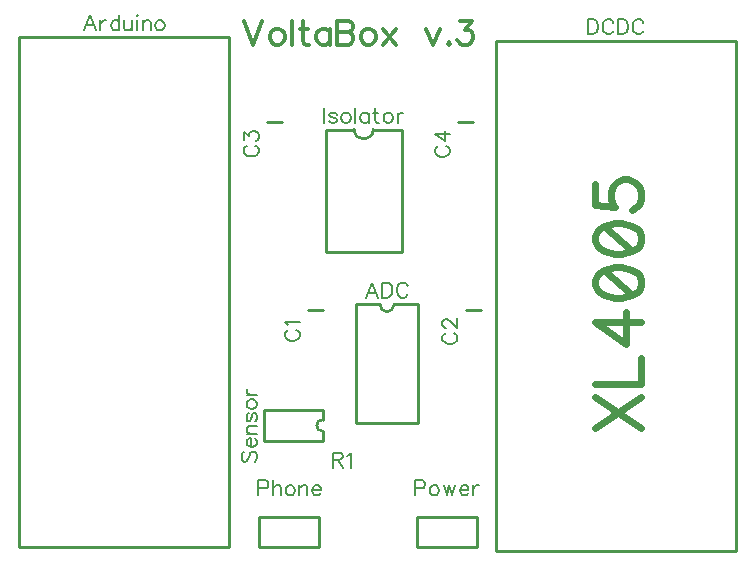
<source format=gbr>
G04 DipTrace 3.1.0.1*
G04 TopSilk.gbr*
%MOIN*%
G04 #@! TF.FileFunction,Legend,Top*
G04 #@! TF.Part,Single*
%ADD10C,0.009843*%
%ADD46C,0.00772*%
%ADD47C,0.012351*%
%ADD48C,0.023159*%
%FSLAX26Y26*%
G04*
G70*
G90*
G75*
G01*
G04 TopSilk*
%LPD*%
X1865724Y1372660D2*
D10*
Y978959D1*
X1660990D2*
X1865724D1*
X1660990Y1372660D2*
Y978959D1*
Y1372660D2*
X1739731D1*
X1865724D2*
X1786983D1*
X1739731D2*
G03X1786983Y1372660I23626J4D01*
G01*
X538357Y563369D2*
X1238357D1*
Y2263309D1*
X538357D1*
Y563369D1*
X1500286Y1354669D2*
X1551428D1*
X2025286D2*
X2076428D1*
X1362786Y1979669D2*
X1413928D1*
X2000286D2*
X2051428D1*
X2125857Y550810D2*
X2925857D1*
Y2250810D1*
X2125857D1*
Y550810D1*
X1559913Y1955533D2*
Y1546087D1*
X1811880Y1955533D2*
Y1546087D1*
X1559913D2*
X1811880D1*
X1559913Y1955533D2*
X1654389D1*
X1717403D2*
X1811880D1*
X1654389D2*
G03X1717403Y1955533I31507J21D01*
G01*
X1338345Y663315D2*
X1538369D1*
Y563310D1*
X1338345D1*
Y663315D1*
X1863345D2*
X2063369D1*
Y563310D1*
X1863345D1*
Y663315D1*
X1549284Y1020699D2*
X1352430D1*
X1549284Y918322D2*
X1352430D1*
Y1020699D2*
Y918322D1*
X1549284Y989205D2*
Y1020699D1*
Y949816D2*
Y918322D1*
Y989205D2*
G03X1549284Y949816I9J-19694D01*
G01*
X1732387Y1395643D2*
D46*
X1713208Y1445883D1*
X1694085Y1395643D1*
X1701270Y1412390D2*
X1725202D1*
X1747826Y1445883D2*
Y1395643D1*
X1764573D1*
X1771758Y1398075D1*
X1776566Y1402828D1*
X1778943Y1407637D1*
X1781320Y1414766D1*
Y1426760D1*
X1778943Y1433945D1*
X1776566Y1438698D1*
X1771758Y1443507D1*
X1764573Y1445883D1*
X1747826D1*
X1832629Y1433945D2*
X1830252Y1438698D1*
X1825444Y1443507D1*
X1820691Y1445883D1*
X1811129D1*
X1806320Y1443507D1*
X1801567Y1438698D1*
X1799135Y1433945D1*
X1796759Y1426760D1*
Y1414766D1*
X1799135Y1407637D1*
X1801567Y1402828D1*
X1806320Y1398075D1*
X1811129Y1395643D1*
X1820691D1*
X1825444Y1398075D1*
X1830252Y1402828D1*
X1832629Y1407637D1*
X792988Y2286292D2*
X773809Y2336532D1*
X754686Y2286292D1*
X761871Y2303039D2*
X785802D1*
X808427Y2319785D2*
Y2286292D1*
Y2305415D2*
X810859Y2312600D1*
X815612Y2317409D1*
X820420Y2319785D1*
X827605D1*
X871729Y2336532D2*
Y2286292D1*
Y2312600D2*
X866976Y2317409D1*
X862168Y2319785D1*
X854983D1*
X850230Y2317409D1*
X845421Y2312600D1*
X843045Y2305415D1*
Y2300662D1*
X845421Y2293477D1*
X850230Y2288724D1*
X854983Y2286292D1*
X862168D1*
X866976Y2288724D1*
X871729Y2293477D1*
X887169Y2319785D2*
Y2295854D1*
X889545Y2288724D1*
X894354Y2286292D1*
X901539D1*
X906292Y2288724D1*
X913477Y2295854D1*
Y2319785D2*
Y2286292D1*
X928916Y2336532D2*
X931293Y2334156D1*
X933725Y2336532D1*
X931293Y2338964D1*
X928916Y2336532D1*
X931293Y2319785D2*
Y2286292D1*
X949164Y2319785D2*
Y2286292D1*
Y2310224D2*
X956349Y2317409D1*
X961157Y2319785D1*
X968287D1*
X973096Y2317409D1*
X975472Y2310224D1*
Y2286292D1*
X1002850Y2319785D2*
X998096Y2317409D1*
X993288Y2312600D1*
X990911Y2305415D1*
Y2300662D1*
X993288Y2293477D1*
X998096Y2288724D1*
X1002850Y2286292D1*
X1010035D1*
X1014843Y2288724D1*
X1019596Y2293477D1*
X1022028Y2300662D1*
Y2305415D1*
X1019596Y2312600D1*
X1014843Y2317409D1*
X1010035Y2319785D1*
X1002850D1*
X1435045Y1288011D2*
X1430291Y1285635D1*
X1425483Y1280826D1*
X1423106Y1276073D1*
Y1266512D1*
X1425483Y1261703D1*
X1430291Y1256950D1*
X1435045Y1254518D1*
X1442230Y1252141D1*
X1454223D1*
X1461353Y1254518D1*
X1466161Y1256950D1*
X1470915Y1261703D1*
X1473346Y1266511D1*
Y1276073D1*
X1470915Y1280826D1*
X1466161Y1285635D1*
X1461353Y1288011D1*
X1432723Y1303451D2*
X1430291Y1308259D1*
X1423162Y1315444D1*
X1473346D1*
X1960045Y1277261D2*
X1955291Y1274885D1*
X1950483Y1270076D1*
X1948106Y1265323D1*
Y1255762D1*
X1950483Y1250953D1*
X1955291Y1246200D1*
X1960045Y1243768D1*
X1967230Y1241392D1*
X1979223D1*
X1986353Y1243768D1*
X1991161Y1246200D1*
X1995915Y1250953D1*
X1998346Y1255762D1*
Y1265323D1*
X1995915Y1270076D1*
X1991161Y1274885D1*
X1986353Y1277261D1*
X1960100Y1295132D2*
X1957723Y1295133D1*
X1952915Y1297509D1*
X1950538Y1299886D1*
X1948162Y1304694D1*
Y1314256D1*
X1950538Y1319009D1*
X1952915Y1321386D1*
X1957723Y1323817D1*
X1962476D1*
X1967285Y1321385D1*
X1974415Y1316632D1*
X1998346Y1292701D1*
Y1326194D1*
X1297545Y1902261D2*
X1292791Y1899885D1*
X1287983Y1895076D1*
X1285606Y1890323D1*
Y1880762D1*
X1287983Y1875953D1*
X1292791Y1871200D1*
X1297545Y1868768D1*
X1304730Y1866392D1*
X1316723D1*
X1323853Y1868768D1*
X1328661Y1871200D1*
X1333415Y1875953D1*
X1335846Y1880762D1*
Y1890323D1*
X1333415Y1895076D1*
X1328661Y1899885D1*
X1323853Y1902261D1*
X1285662Y1922509D2*
Y1948762D1*
X1304785Y1934447D1*
Y1941632D1*
X1307161Y1946385D1*
X1309538Y1948762D1*
X1316723Y1951194D1*
X1321476D1*
X1328661Y1948762D1*
X1333470Y1944009D1*
X1335846Y1936824D1*
Y1929639D1*
X1333470Y1922509D1*
X1331038Y1920132D1*
X1326285Y1917701D1*
X1935045Y1901073D2*
X1930291Y1898697D1*
X1925483Y1893888D1*
X1923106Y1889135D1*
Y1879573D1*
X1925483Y1874765D1*
X1930291Y1870012D1*
X1935045Y1867580D1*
X1942230Y1865203D1*
X1954223D1*
X1961353Y1867580D1*
X1966161Y1870012D1*
X1970915Y1874765D1*
X1973346Y1879573D1*
Y1889135D1*
X1970915Y1893888D1*
X1966161Y1898696D1*
X1961353Y1901073D1*
X1973346Y1940444D2*
X1923162D1*
X1956600Y1916512D1*
Y1952382D1*
X2433335Y2324033D2*
Y2273793D1*
X2450081D1*
X2457267Y2276225D1*
X2462075Y2280978D1*
X2464452Y2285786D1*
X2466828Y2292916D1*
Y2304910D1*
X2464452Y2312095D1*
X2462075Y2316848D1*
X2457267Y2321656D1*
X2450081Y2324033D1*
X2433335D1*
X2518137Y2312095D2*
X2515761Y2316848D1*
X2510952Y2321656D1*
X2506199Y2324033D1*
X2496637D1*
X2491829Y2321656D1*
X2487076Y2316848D1*
X2484644Y2312095D1*
X2482267Y2304910D1*
Y2292916D1*
X2484644Y2285786D1*
X2487076Y2280978D1*
X2491829Y2276225D1*
X2496637Y2273793D1*
X2506199D1*
X2510952Y2276225D1*
X2515761Y2280978D1*
X2518137Y2285786D1*
X2533577Y2324033D2*
Y2273793D1*
X2550323D1*
X2557508Y2276225D1*
X2562317Y2280978D1*
X2564693Y2285786D1*
X2567070Y2292916D1*
Y2304910D1*
X2564693Y2312095D1*
X2562317Y2316848D1*
X2557508Y2321656D1*
X2550323Y2324033D1*
X2533577D1*
X2618379Y2312095D2*
X2616002Y2316848D1*
X2611194Y2321656D1*
X2606441Y2324033D1*
X2596879D1*
X2592071Y2321656D1*
X2587318Y2316848D1*
X2584886Y2312095D1*
X2582509Y2304910D1*
Y2292916D1*
X2584886Y2285786D1*
X2587318Y2280978D1*
X2592071Y2276225D1*
X2596879Y2273793D1*
X2606441D1*
X2611194Y2276225D1*
X2616002Y2280978D1*
X2618379Y2285786D1*
X1554095Y2028756D2*
Y1978516D1*
X1595842Y2004824D2*
X1593466Y2009633D1*
X1586281Y2012009D1*
X1579096D1*
X1571911Y2009633D1*
X1569534Y2004824D1*
X1571911Y2000071D1*
X1576719Y1997639D1*
X1588657Y1995263D1*
X1593466Y1992886D1*
X1595842Y1988078D1*
Y1985701D1*
X1593466Y1980948D1*
X1586281Y1978516D1*
X1579096D1*
X1571911Y1980948D1*
X1569534Y1985701D1*
X1623220Y2012009D2*
X1618467Y2009633D1*
X1613658Y2004824D1*
X1611282Y1997639D1*
Y1992886D1*
X1613658Y1985701D1*
X1618467Y1980948D1*
X1623220Y1978516D1*
X1630405D1*
X1635213Y1980948D1*
X1639966Y1985701D1*
X1642398Y1992886D1*
Y1997639D1*
X1639966Y2004824D1*
X1635213Y2009633D1*
X1630405Y2012009D1*
X1623220D1*
X1657838Y2028756D2*
Y1978516D1*
X1701962Y2012009D2*
Y1978516D1*
Y2004824D2*
X1697208Y2009633D1*
X1692400Y2012009D1*
X1685270D1*
X1680462Y2009633D1*
X1675709Y2004824D1*
X1673277Y1997639D1*
Y1992886D1*
X1675709Y1985701D1*
X1680462Y1980948D1*
X1685270Y1978516D1*
X1692400D1*
X1697208Y1980948D1*
X1701962Y1985701D1*
X1724586Y2028756D2*
Y1988078D1*
X1726963Y1980948D1*
X1731771Y1978516D1*
X1736524D1*
X1717401Y2012009D2*
X1734148D1*
X1763902D2*
X1759148Y2009633D1*
X1754340Y2004824D1*
X1751963Y1997639D1*
Y1992886D1*
X1754340Y1985701D1*
X1759148Y1980948D1*
X1763902Y1978516D1*
X1771087D1*
X1775895Y1980948D1*
X1780648Y1985701D1*
X1783080Y1992886D1*
Y1997639D1*
X1780648Y2004824D1*
X1775895Y2009633D1*
X1771087Y2012009D1*
X1763902D1*
X1798519D2*
Y1978516D1*
Y1997639D2*
X1800951Y2004824D1*
X1805704Y2009633D1*
X1810513Y2012009D1*
X1817698D1*
X1334523Y760224D2*
X1356078D1*
X1363208Y762601D1*
X1365639Y765033D1*
X1368016Y769786D1*
Y776971D1*
X1365639Y781724D1*
X1363208Y784156D1*
X1356078Y786533D1*
X1334523D1*
Y736293D1*
X1383455Y786533D2*
Y736293D1*
Y760224D2*
X1390640Y767410D1*
X1395449Y769786D1*
X1402634D1*
X1407387Y767410D1*
X1409764Y760224D1*
Y736293D1*
X1437141Y769786D2*
X1432388Y767410D1*
X1427579Y762601D1*
X1425203Y755416D1*
Y750663D1*
X1427579Y743478D1*
X1432388Y738725D1*
X1437141Y736293D1*
X1444326D1*
X1449135Y738725D1*
X1453888Y743478D1*
X1456320Y750663D1*
Y755416D1*
X1453888Y762601D1*
X1449135Y767410D1*
X1444326Y769786D1*
X1437141D1*
X1471759D2*
Y736293D1*
Y760224D2*
X1478944Y767410D1*
X1483752Y769786D1*
X1490882D1*
X1495691Y767410D1*
X1498067Y760224D1*
Y736293D1*
X1513506Y755416D2*
X1542191D1*
Y760224D1*
X1539815Y765033D1*
X1537438Y767410D1*
X1532630Y769786D1*
X1525445D1*
X1520691Y767410D1*
X1515883Y762601D1*
X1513506Y755416D1*
Y750663D1*
X1515883Y743478D1*
X1520691Y738725D1*
X1525445Y736293D1*
X1532630D1*
X1537438Y738725D1*
X1542191Y743478D1*
X1857118Y760224D2*
X1878674D1*
X1885803Y762601D1*
X1888235Y765033D1*
X1890612Y769786D1*
Y776971D1*
X1888235Y781724D1*
X1885803Y784156D1*
X1878674Y786533D1*
X1857118D1*
Y736293D1*
X1917989Y769786D2*
X1913236Y767410D1*
X1908428Y762601D1*
X1906051Y755416D1*
Y750663D1*
X1908428Y743478D1*
X1913236Y738725D1*
X1917989Y736293D1*
X1925174D1*
X1929983Y738725D1*
X1934736Y743478D1*
X1937168Y750663D1*
Y755416D1*
X1934736Y762601D1*
X1929983Y767410D1*
X1925174Y769786D1*
X1917989D1*
X1952607D2*
X1962169Y736293D1*
X1971730Y769786D1*
X1981292Y736293D1*
X1990854Y769786D1*
X2006293Y755416D2*
X2034978D1*
Y760224D1*
X2032601Y765033D1*
X2030225Y767410D1*
X2025416Y769786D1*
X2018231D1*
X2013478Y767410D1*
X2008669Y762601D1*
X2006293Y755416D1*
Y750663D1*
X2008669Y743478D1*
X2013478Y738725D1*
X2018231Y736293D1*
X2025416D1*
X2030225Y738725D1*
X2034978Y743478D1*
X2050417Y769786D2*
Y736293D1*
Y755416D2*
X2052849Y762601D1*
X2057602Y767410D1*
X2062410Y769786D1*
X2069595D1*
X1286392Y881861D2*
X1281583Y877108D1*
X1279207Y869923D1*
Y860361D1*
X1281583Y853176D1*
X1286392Y848367D1*
X1291145D1*
X1295953Y850799D1*
X1298330Y853176D1*
X1300707Y857929D1*
X1305515Y872299D1*
X1307892Y877108D1*
X1310324Y879484D1*
X1315077Y881861D1*
X1322262D1*
X1327015Y877108D1*
X1329447Y869923D1*
Y860361D1*
X1327015Y853176D1*
X1322262Y848367D1*
X1310324Y897300D2*
Y925985D1*
X1305515D1*
X1300707Y923608D1*
X1298330Y921232D1*
X1295953Y916423D1*
Y909238D1*
X1298330Y904485D1*
X1303138Y899677D1*
X1310324Y897300D1*
X1315077D1*
X1322262Y899677D1*
X1327015Y904485D1*
X1329447Y909238D1*
Y916423D1*
X1327015Y921232D1*
X1322262Y925985D1*
X1295953Y941424D2*
X1329447D1*
X1305515D2*
X1298330Y948609D1*
X1295953Y953418D1*
Y960547D1*
X1298330Y965356D1*
X1305515Y967732D1*
X1329447D1*
X1303138Y1009480D2*
X1298330Y1007103D1*
X1295953Y999918D1*
Y992733D1*
X1298330Y985548D1*
X1303138Y983172D1*
X1307892Y985548D1*
X1310323Y990357D1*
X1312700Y1002295D1*
X1315077Y1007103D1*
X1319885Y1009480D1*
X1322262D1*
X1327015Y1007103D1*
X1329447Y999918D1*
Y992733D1*
X1327015Y985548D1*
X1322262Y983172D1*
X1295953Y1036857D2*
X1298330Y1032104D1*
X1303138Y1027296D1*
X1310323Y1024919D1*
X1315077D1*
X1322262Y1027296D1*
X1327015Y1032104D1*
X1329447Y1036857D1*
Y1044042D1*
X1327015Y1048851D1*
X1322262Y1053604D1*
X1315077Y1056036D1*
X1310323D1*
X1303138Y1053604D1*
X1298330Y1048851D1*
X1295953Y1044042D1*
Y1036857D1*
Y1071475D2*
X1329447D1*
X1310323D2*
X1303138Y1073907D1*
X1298330Y1078660D1*
X1295953Y1083469D1*
Y1090654D1*
X1582795Y854629D2*
X1604295D1*
X1611480Y857060D1*
X1613912Y859437D1*
X1616289Y864190D1*
Y868999D1*
X1613912Y873752D1*
X1611480Y876184D1*
X1604295Y878560D1*
X1582795D1*
Y828320D1*
X1599542Y854629D2*
X1616289Y828320D1*
X1631728Y868943D2*
X1636537Y871375D1*
X1643722Y878505D1*
Y828320D1*
X1286813Y2318895D2*
D47*
X1317411Y2238511D1*
X1348008Y2318895D1*
X1391812Y2292100D2*
X1384207Y2288298D1*
X1376513Y2280604D1*
X1372711Y2269108D1*
Y2261503D1*
X1376513Y2250007D1*
X1384207Y2242402D1*
X1391812Y2238511D1*
X1403308D1*
X1411001Y2242402D1*
X1418607Y2250007D1*
X1422498Y2261503D1*
Y2269108D1*
X1418607Y2280604D1*
X1411001Y2288298D1*
X1403308Y2292100D1*
X1391812D1*
X1447200Y2318895D2*
Y2238511D1*
X1483399Y2318895D2*
Y2253810D1*
X1487202Y2242402D1*
X1494895Y2238511D1*
X1502500D1*
X1471903Y2292100D2*
X1498698D1*
X1573099D2*
Y2238511D1*
Y2280604D2*
X1565494Y2288298D1*
X1557800Y2292100D1*
X1546393D1*
X1538699Y2288298D1*
X1531094Y2280604D1*
X1527203Y2269108D1*
Y2261503D1*
X1531094Y2250007D1*
X1538699Y2242402D1*
X1546393Y2238511D1*
X1557800D1*
X1565494Y2242402D1*
X1573099Y2250007D1*
X1597802Y2318895D2*
Y2238511D1*
X1632290D1*
X1643786Y2242402D1*
X1647589Y2246204D1*
X1651391Y2253810D1*
Y2265306D1*
X1647589Y2272999D1*
X1643786Y2276802D1*
X1632290Y2280604D1*
X1643786Y2284495D1*
X1647589Y2288298D1*
X1651391Y2295903D1*
Y2303596D1*
X1647589Y2311201D1*
X1643786Y2315092D1*
X1632290Y2318895D1*
X1597802D1*
Y2280604D2*
X1632290D1*
X1695195Y2292100D2*
X1687590Y2288298D1*
X1679896Y2280604D1*
X1676094Y2269108D1*
Y2261503D1*
X1679896Y2250007D1*
X1687590Y2242402D1*
X1695195Y2238511D1*
X1706691D1*
X1714385Y2242402D1*
X1721990Y2250007D1*
X1725881Y2261503D1*
Y2269108D1*
X1721990Y2280604D1*
X1714385Y2288298D1*
X1706691Y2292100D1*
X1695195D1*
X1750583D2*
X1792677Y2238511D1*
Y2292100D2*
X1750583Y2238511D1*
X1895141Y2292100D2*
X1918133Y2238511D1*
X1941037Y2292100D1*
X1969542Y2246204D2*
X1965740Y2242313D1*
X1969542Y2238511D1*
X1973433Y2242313D1*
X1969542Y2246204D1*
X2005830Y2318807D2*
X2047834D1*
X2024931Y2288209D1*
X2036427D1*
X2044032Y2284407D1*
X2047834Y2280604D1*
X2051725Y2269108D1*
Y2261503D1*
X2047834Y2250007D1*
X2040229Y2242313D1*
X2028733Y2238511D1*
X2017237D1*
X2005830Y2242313D1*
X2002027Y2246204D1*
X1998136Y2253810D1*
X2458253Y962399D2*
D48*
X2608973Y1062879D1*
X2458253D2*
X2608973Y962399D1*
X2458253Y1109197D2*
X2608973D1*
Y1195252D1*
Y1313364D2*
X2458419D1*
X2558733Y1241569D1*
Y1349179D1*
X2458419Y1438607D2*
X2465549Y1417052D1*
X2487104Y1402627D1*
X2522918Y1395497D1*
X2544474D1*
X2580288Y1402627D1*
X2601843Y1417052D1*
X2608973Y1438607D1*
Y1452867D1*
X2601843Y1474422D1*
X2580288Y1488681D1*
X2544474Y1495977D1*
X2522918D1*
X2487104Y1488681D1*
X2465549Y1474422D1*
X2458419Y1452867D1*
Y1438607D1*
X2487104Y1488681D2*
X2580288Y1402627D1*
X2458419Y1585405D2*
X2465549Y1563850D1*
X2487104Y1549424D1*
X2522918Y1542295D1*
X2544474D1*
X2580288Y1549424D1*
X2601843Y1563850D1*
X2608973Y1585405D1*
Y1599664D1*
X2601843Y1621219D1*
X2580288Y1635479D1*
X2544474Y1642775D1*
X2522918D1*
X2487104Y1635479D1*
X2465549Y1621219D1*
X2458419Y1599664D1*
Y1585405D1*
X2487104Y1635479D2*
X2580288Y1549424D1*
X2458419Y1775147D2*
Y1703518D1*
X2522918Y1696388D1*
X2515789Y1703518D1*
X2508493Y1725073D1*
Y1746462D1*
X2515789Y1768017D1*
X2530048Y1782443D1*
X2551603Y1789572D1*
X2565863D1*
X2587418Y1782443D1*
X2601843Y1768017D1*
X2608973Y1746462D1*
Y1725073D1*
X2601843Y1703518D1*
X2594548Y1696388D1*
X2580288Y1689092D1*
M02*

</source>
